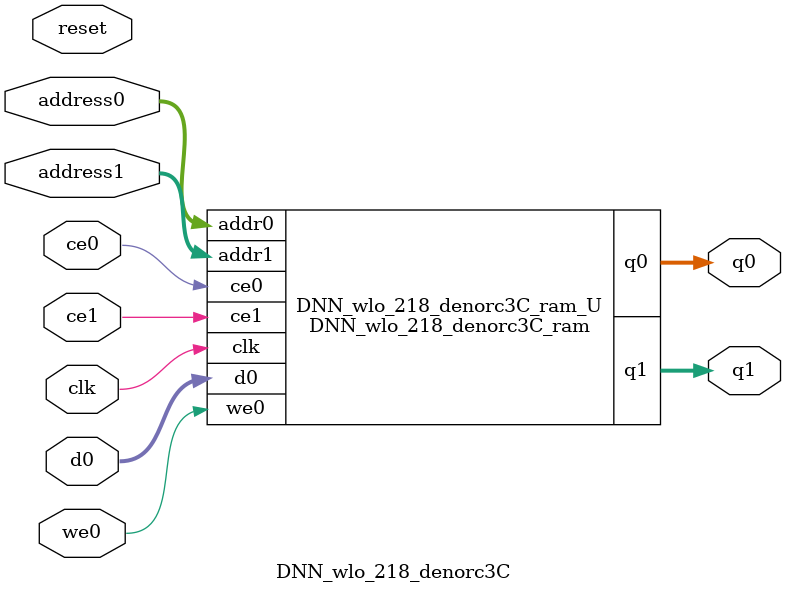
<source format=v>
`timescale 1 ns / 1 ps
module DNN_wlo_218_denorc3C_ram (addr0, ce0, d0, we0, q0, addr1, ce1, q1,  clk);

parameter DWIDTH = 21;
parameter AWIDTH = 7;
parameter MEM_SIZE = 104;

input[AWIDTH-1:0] addr0;
input ce0;
input[DWIDTH-1:0] d0;
input we0;
output reg[DWIDTH-1:0] q0;
input[AWIDTH-1:0] addr1;
input ce1;
output reg[DWIDTH-1:0] q1;
input clk;

(* ram_style = "block" *)reg [DWIDTH-1:0] ram[0:MEM_SIZE-1];




always @(posedge clk)  
begin 
    if (ce0) 
    begin
        if (we0) 
        begin 
            ram[addr0] <= d0; 
        end 
        q0 <= ram[addr0];
    end
end


always @(posedge clk)  
begin 
    if (ce1) 
    begin
        q1 <= ram[addr1];
    end
end


endmodule

`timescale 1 ns / 1 ps
module DNN_wlo_218_denorc3C(
    reset,
    clk,
    address0,
    ce0,
    we0,
    d0,
    q0,
    address1,
    ce1,
    q1);

parameter DataWidth = 32'd21;
parameter AddressRange = 32'd104;
parameter AddressWidth = 32'd7;
input reset;
input clk;
input[AddressWidth - 1:0] address0;
input ce0;
input we0;
input[DataWidth - 1:0] d0;
output[DataWidth - 1:0] q0;
input[AddressWidth - 1:0] address1;
input ce1;
output[DataWidth - 1:0] q1;



DNN_wlo_218_denorc3C_ram DNN_wlo_218_denorc3C_ram_U(
    .clk( clk ),
    .addr0( address0 ),
    .ce0( ce0 ),
    .we0( we0 ),
    .d0( d0 ),
    .q0( q0 ),
    .addr1( address1 ),
    .ce1( ce1 ),
    .q1( q1 ));

endmodule


</source>
